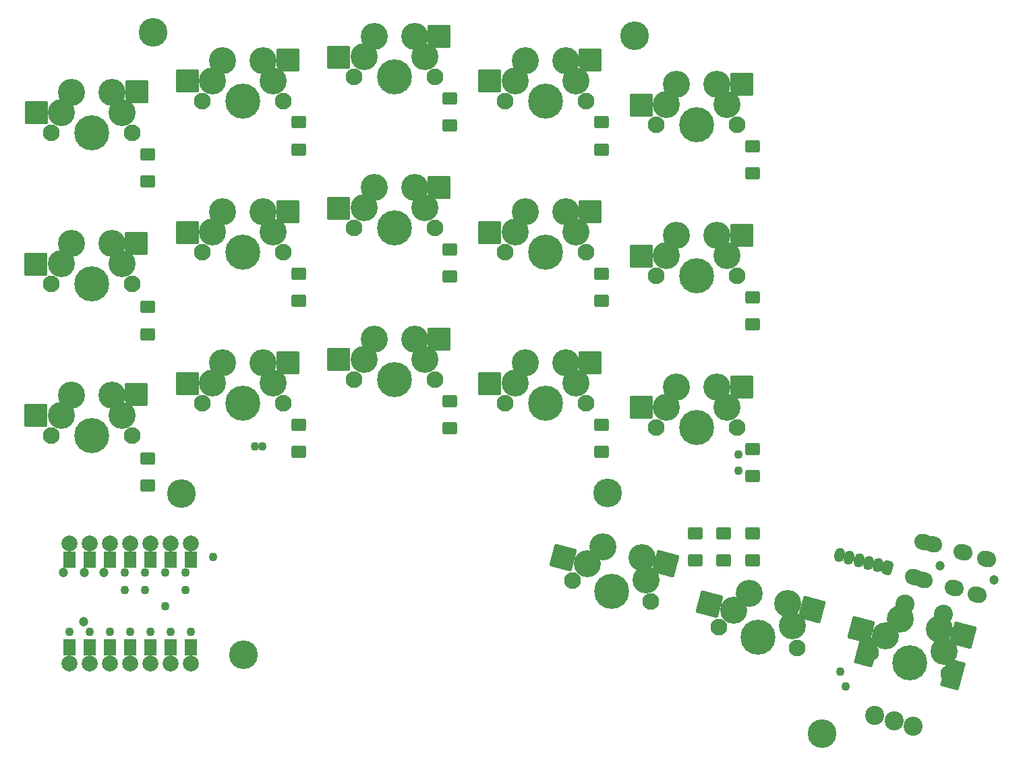
<source format=gbs>
G04 #@! TF.GenerationSoftware,KiCad,Pcbnew,7.0.5*
G04 #@! TF.CreationDate,2023-09-06T16:02:53+08:00*
G04 #@! TF.ProjectId,thrfv,74687266-762e-46b6-9963-61645f706362,rev?*
G04 #@! TF.SameCoordinates,Original*
G04 #@! TF.FileFunction,Soldermask,Bot*
G04 #@! TF.FilePolarity,Negative*
%FSLAX46Y46*%
G04 Gerber Fmt 4.6, Leading zero omitted, Abs format (unit mm)*
G04 Created by KiCad (PCBNEW 7.0.5) date 2023-09-06 16:02:53*
%MOMM*%
%LPD*%
G01*
G04 APERTURE LIST*
G04 Aperture macros list*
%AMRoundRect*
0 Rectangle with rounded corners*
0 $1 Rounding radius*
0 $2 $3 $4 $5 $6 $7 $8 $9 X,Y pos of 4 corners*
0 Add a 4 corners polygon primitive as box body*
4,1,4,$2,$3,$4,$5,$6,$7,$8,$9,$2,$3,0*
0 Add four circle primitives for the rounded corners*
1,1,$1+$1,$2,$3*
1,1,$1+$1,$4,$5*
1,1,$1+$1,$6,$7*
1,1,$1+$1,$8,$9*
0 Add four rect primitives between the rounded corners*
20,1,$1+$1,$2,$3,$4,$5,0*
20,1,$1+$1,$4,$5,$6,$7,0*
20,1,$1+$1,$6,$7,$8,$9,0*
20,1,$1+$1,$8,$9,$2,$3,0*%
%AMHorizOval*
0 Thick line with rounded ends*
0 $1 width*
0 $2 $3 position (X,Y) of the first rounded end (center of the circle)*
0 $4 $5 position (X,Y) of the second rounded end (center of the circle)*
0 Add line between two ends*
20,1,$1,$2,$3,$4,$5,0*
0 Add two circle primitives to create the rounded ends*
1,1,$1,$2,$3*
1,1,$1,$4,$5*%
%AMFreePoly0*
4,1,37,1.228070,1.434758,1.247030,1.430987,1.319133,1.401121,1.335206,1.390381,1.390381,1.335206,1.401121,1.319133,1.430987,1.247030,1.434758,1.228070,1.438600,1.189056,1.438600,-1.189056,1.434758,-1.228070,1.430987,-1.247030,1.401121,-1.319133,1.390381,-1.335206,1.335206,-1.390381,1.319133,-1.401121,1.247030,-1.430987,1.228070,-1.434758,1.189056,-1.438600,-0.743160,-1.438600,
-0.829937,-1.418794,-0.884581,-1.380021,-1.380021,-0.884581,-1.427377,-0.809216,-1.438600,-0.743160,-1.438600,1.189056,-1.434758,1.228070,-1.430987,1.247030,-1.401121,1.319133,-1.390381,1.335206,-1.335206,1.390381,-1.319133,1.401121,-1.247030,1.430987,-1.228070,1.434758,-1.189056,1.438600,1.189056,1.438600,1.228070,1.434758,1.228070,1.434758,$1*%
%AMFreePoly1*
4,1,37,0.846237,1.424794,0.900881,1.386021,1.398721,0.888181,1.446077,0.812816,1.457300,0.746760,1.457300,-1.194816,1.453456,-1.233837,1.449666,-1.252889,1.419808,-1.324977,1.409017,-1.341128,1.353828,-1.396317,1.337677,-1.407108,1.265589,-1.436966,1.246537,-1.440756,1.207516,-1.444600,-1.207516,-1.444600,-1.246537,-1.440756,-1.265589,-1.436966,-1.337677,-1.407108,-1.353828,-1.396317,
-1.409017,-1.341128,-1.419808,-1.324977,-1.449666,-1.252889,-1.453456,-1.233837,-1.457300,-1.194816,-1.457300,1.194816,-1.453456,1.233837,-1.449666,1.252889,-1.419808,1.324977,-1.409017,1.341128,-1.353828,1.396317,-1.337677,1.407108,-1.265589,1.436966,-1.246537,1.440756,-1.207516,1.444600,0.759460,1.444600,0.846237,1.424794,0.846237,1.424794,$1*%
%AMFreePoly2*
4,1,22,0.106406,0.569345,0.141421,0.541421,0.741421,-0.058579,0.788777,-0.133944,0.800000,-0.200000,0.800000,-0.400000,0.780194,-0.486777,0.724698,-0.556366,0.644504,-0.594986,0.600000,-0.600000,-0.600000,-0.600000,-0.686777,-0.580194,-0.756366,-0.524698,-0.794986,-0.444504,-0.800000,-0.400000,-0.800000,-0.200000,-0.780194,-0.113223,-0.741421,-0.058579,-0.141421,0.541421,-0.066056,0.588777,
0.022393,0.598742,0.106406,0.569345,0.106406,0.569345,$1*%
%AMFreePoly3*
4,1,26,0.686777,0.430194,0.756366,0.374698,0.794986,0.294504,0.800000,0.250000,0.800000,-1.000000,0.780194,-1.086777,0.724698,-1.156366,0.644504,-1.194986,0.555496,-1.194986,0.475302,-1.156366,0.458579,-1.141421,0.000000,-0.682842,-0.458579,-1.141421,-0.533944,-1.188777,-0.622393,-1.198742,-0.706406,-1.169345,-0.769345,-1.106406,-0.798742,-1.022393,-0.800000,-1.000000,-0.800000,0.250000,
-0.780194,0.336777,-0.724698,0.406366,-0.644504,0.444986,-0.600000,0.450000,0.600000,0.450000,0.686777,0.430194,0.686777,0.430194,$1*%
G04 Aperture macros list end*
%ADD10C,0.100000*%
%ADD11C,2.100000*%
%ADD12C,3.400000*%
%ADD13C,4.400000*%
%ADD14RoundRect,0.200000X-1.244600X-1.244600X1.244600X-1.244600X1.244600X1.244600X-1.244600X1.244600X0*%
%ADD15FreePoly0,0.000000*%
%ADD16C,2.400000*%
%ADD17RoundRect,0.200000X0.551815X-1.804300X1.380036X1.286662X-0.551815X1.804300X-1.380036X-1.286662X0*%
%ADD18C,3.600000*%
%ADD19RoundRect,0.200000X-0.700000X0.600000X-0.700000X-0.600000X0.700000X-0.600000X0.700000X0.600000X0*%
%ADD20RoundRect,0.200000X0.700000X-0.600000X0.700000X0.600000X-0.700000X0.600000X-0.700000X-0.600000X0*%
%ADD21RoundRect,0.200000X-1.524317X-0.880065X0.880065X-1.524317X1.524317X0.880065X-0.880065X1.524317X0*%
%ADD22FreePoly0,345.000000*%
%ADD23C,1.200000*%
%ADD24HorizOval,2.000000X-0.193185X0.051764X0.193185X-0.051764X0*%
%ADD25FreePoly1,180.000000*%
%ADD26RoundRect,0.200000X1.244597X1.244597X-1.244597X1.244597X-1.244597X-1.244597X1.244597X-1.244597X0*%
%ADD27C,2.000000*%
%ADD28FreePoly2,180.000000*%
%ADD29FreePoly2,0.000000*%
%ADD30FreePoly3,0.000000*%
%ADD31FreePoly3,180.000000*%
%ADD32RoundRect,0.425000X0.340272X0.400580X-0.094394X0.517049X-0.340272X-0.400580X0.094394X-0.517049X0*%
%ADD33HorizOval,1.300000X0.064705X0.241481X-0.064705X-0.241481X0*%
%ADD34C,1.100000*%
G04 APERTURE END LIST*
D10*
X112377952Y-128357794D02*
X111361952Y-128357794D01*
X111361952Y-127341794D01*
X112377952Y-127341794D01*
X112377952Y-128357794D01*
G36*
X112377952Y-128357794D02*
G01*
X111361952Y-128357794D01*
X111361952Y-127341794D01*
X112377952Y-127341794D01*
X112377952Y-128357794D01*
G37*
X109837952Y-128357794D02*
X108821952Y-128357794D01*
X108821952Y-127341794D01*
X109837952Y-127341794D01*
X109837952Y-128357794D01*
G36*
X109837952Y-128357794D02*
G01*
X108821952Y-128357794D01*
X108821952Y-127341794D01*
X109837952Y-127341794D01*
X109837952Y-128357794D01*
G37*
X107297952Y-128357794D02*
X106281952Y-128357794D01*
X106281952Y-127341794D01*
X107297952Y-127341794D01*
X107297952Y-128357794D01*
G36*
X107297952Y-128357794D02*
G01*
X106281952Y-128357794D01*
X106281952Y-127341794D01*
X107297952Y-127341794D01*
X107297952Y-128357794D01*
G37*
X104757952Y-128357794D02*
X103741952Y-128357794D01*
X103741952Y-127341794D01*
X104757952Y-127341794D01*
X104757952Y-128357794D01*
G36*
X104757952Y-128357794D02*
G01*
X103741952Y-128357794D01*
X103741952Y-127341794D01*
X104757952Y-127341794D01*
X104757952Y-128357794D01*
G37*
X102217952Y-128357794D02*
X101201952Y-128357794D01*
X101201952Y-127341794D01*
X102217952Y-127341794D01*
X102217952Y-128357794D01*
G36*
X102217952Y-128357794D02*
G01*
X101201952Y-128357794D01*
X101201952Y-127341794D01*
X102217952Y-127341794D01*
X102217952Y-128357794D01*
G37*
X99677952Y-128357794D02*
X98661952Y-128357794D01*
X98661952Y-127341794D01*
X99677952Y-127341794D01*
X99677952Y-128357794D01*
G36*
X99677952Y-128357794D02*
G01*
X98661952Y-128357794D01*
X98661952Y-127341794D01*
X99677952Y-127341794D01*
X99677952Y-128357794D01*
G37*
X97137952Y-128357794D02*
X96121952Y-128357794D01*
X96121952Y-127341794D01*
X97137952Y-127341794D01*
X97137952Y-128357794D01*
G36*
X97137952Y-128357794D02*
G01*
X96121952Y-128357794D01*
X96121952Y-127341794D01*
X97137952Y-127341794D01*
X97137952Y-128357794D01*
G37*
X112377952Y-139736994D02*
X111361952Y-139736994D01*
X111361952Y-138720994D01*
X112377952Y-138720994D01*
X112377952Y-139736994D01*
G36*
X112377952Y-139736994D02*
G01*
X111361952Y-139736994D01*
X111361952Y-138720994D01*
X112377952Y-138720994D01*
X112377952Y-139736994D01*
G37*
X109837952Y-139736994D02*
X108821952Y-139736994D01*
X108821952Y-138720994D01*
X109837952Y-138720994D01*
X109837952Y-139736994D01*
G36*
X109837952Y-139736994D02*
G01*
X108821952Y-139736994D01*
X108821952Y-138720994D01*
X109837952Y-138720994D01*
X109837952Y-139736994D01*
G37*
X107297952Y-139736994D02*
X106281952Y-139736994D01*
X106281952Y-138720994D01*
X107297952Y-138720994D01*
X107297952Y-139736994D01*
G36*
X107297952Y-139736994D02*
G01*
X106281952Y-139736994D01*
X106281952Y-138720994D01*
X107297952Y-138720994D01*
X107297952Y-139736994D01*
G37*
X104757952Y-139736994D02*
X103741952Y-139736994D01*
X103741952Y-138720994D01*
X104757952Y-138720994D01*
X104757952Y-139736994D01*
G36*
X104757952Y-139736994D02*
G01*
X103741952Y-139736994D01*
X103741952Y-138720994D01*
X104757952Y-138720994D01*
X104757952Y-139736994D01*
G37*
X102217952Y-139736994D02*
X101201952Y-139736994D01*
X101201952Y-138720994D01*
X102217952Y-138720994D01*
X102217952Y-139736994D01*
G36*
X102217952Y-139736994D02*
G01*
X101201952Y-139736994D01*
X101201952Y-138720994D01*
X102217952Y-138720994D01*
X102217952Y-139736994D01*
G37*
X99677952Y-139736994D02*
X98661952Y-139736994D01*
X98661952Y-138720994D01*
X99677952Y-138720994D01*
X99677952Y-139736994D01*
G36*
X99677952Y-139736994D02*
G01*
X98661952Y-139736994D01*
X98661952Y-138720994D01*
X99677952Y-138720994D01*
X99677952Y-139736994D01*
G37*
X97137952Y-139736994D02*
X96121952Y-139736994D01*
X96121952Y-138720994D01*
X97137952Y-138720994D01*
X97137952Y-139736994D01*
G36*
X97137952Y-139736994D02*
G01*
X96121952Y-139736994D01*
X96121952Y-138720994D01*
X97137952Y-138720994D01*
X97137952Y-139736994D01*
G37*
D11*
X113301280Y-108408188D03*
D12*
X114571280Y-105868187D03*
X115841280Y-103328188D03*
D13*
X118381280Y-108408188D03*
D12*
X120921280Y-103328188D03*
X122191280Y-105868188D03*
D11*
X123461280Y-108408188D03*
D14*
X111383580Y-105918988D03*
D15*
X123991880Y-103308788D03*
D11*
X113301280Y-89408588D03*
D12*
X114571280Y-86868587D03*
X115841280Y-84328588D03*
D13*
X118381280Y-89408588D03*
D12*
X120921280Y-84328588D03*
X122191280Y-86868588D03*
D11*
X123461280Y-89408588D03*
D14*
X111383580Y-86919388D03*
D15*
X123991880Y-84309188D03*
D16*
X197726209Y-147597096D03*
X202555838Y-148891191D03*
X200141023Y-148244144D03*
D17*
X207491351Y-142449087D03*
X196672981Y-139550313D03*
D16*
X206308714Y-134885267D03*
X201479085Y-133591172D03*
D18*
X167582107Y-62220344D03*
D19*
X163380880Y-92108388D03*
X163380880Y-95508388D03*
D20*
X182380578Y-117508788D03*
X182380578Y-114108788D03*
X144380680Y-73498228D03*
X144380680Y-70098228D03*
X182380578Y-98508788D03*
X182380578Y-95108788D03*
D11*
X159772412Y-130674132D03*
D12*
X161656538Y-128549380D03*
X163540664Y-126424629D03*
D13*
X164679315Y-131988933D03*
D12*
X168447567Y-127739430D03*
X169016893Y-130521582D03*
D11*
X169586218Y-133303734D03*
D21*
X158564308Y-127773412D03*
D22*
X171418560Y-128515421D03*
D11*
X94301080Y-93407988D03*
D12*
X95571080Y-90867987D03*
X96841080Y-88327988D03*
D13*
X99381080Y-93407988D03*
D12*
X101921080Y-88327988D03*
X103191080Y-90867988D03*
D11*
X104461080Y-93407988D03*
D14*
X92383380Y-90918788D03*
D15*
X104991680Y-88308588D03*
D18*
X164191152Y-119658794D03*
D20*
X182352152Y-128119794D03*
X182352152Y-124719794D03*
D18*
X110647952Y-119763194D03*
D11*
X178134387Y-136469066D03*
D12*
X180018513Y-134344314D03*
X181902639Y-132219563D03*
D13*
X183041290Y-137783867D03*
D12*
X186809542Y-133534364D03*
X187378868Y-136316516D03*
D11*
X187948193Y-139098668D03*
D21*
X176926283Y-133568346D03*
D22*
X189780535Y-134310355D03*
D11*
X132300680Y-105398388D03*
D12*
X133570680Y-102858387D03*
X134840680Y-100318388D03*
D13*
X137380680Y-105398388D03*
D12*
X139920680Y-100318388D03*
X141190680Y-102858388D03*
D11*
X142460680Y-105398388D03*
D14*
X130382980Y-102909188D03*
D15*
X142991280Y-100298988D03*
D18*
X191115152Y-149836794D03*
D19*
X125381280Y-92108588D03*
X125381280Y-95508588D03*
D11*
X151300880Y-70408428D03*
D12*
X152570880Y-67868427D03*
X153840880Y-65328428D03*
D13*
X156380880Y-70408428D03*
D12*
X158920880Y-65328428D03*
X160190880Y-67868428D03*
D11*
X161460880Y-70408428D03*
D14*
X149383180Y-67919228D03*
D15*
X161991480Y-65309028D03*
D11*
X113301280Y-70408988D03*
D12*
X114571280Y-67868987D03*
X115841280Y-65328988D03*
D13*
X118381280Y-70408988D03*
D12*
X120921280Y-65328988D03*
X122191280Y-67868988D03*
D11*
X123461280Y-70408988D03*
D14*
X111383580Y-67919788D03*
D15*
X123991880Y-65309588D03*
D20*
X175152152Y-128119794D03*
X175152152Y-124719794D03*
D19*
X163380880Y-73108428D03*
X163380880Y-76508428D03*
D11*
X170300578Y-73408988D03*
D12*
X171570578Y-70868987D03*
X172840578Y-68328988D03*
D13*
X175380578Y-73408988D03*
D12*
X177920578Y-68328988D03*
X179190578Y-70868988D03*
D11*
X180460578Y-73408988D03*
D14*
X168382878Y-70919788D03*
D15*
X180991178Y-68309588D03*
D20*
X144380680Y-111498388D03*
X144380680Y-108098388D03*
D19*
X125381280Y-111108188D03*
X125381280Y-114508188D03*
D20*
X144380680Y-92498188D03*
X144380680Y-89098188D03*
X106381080Y-99707988D03*
X106381080Y-96307988D03*
D11*
X151300880Y-108408788D03*
D12*
X152570880Y-105868787D03*
X153840880Y-103328788D03*
D13*
X156380880Y-108408788D03*
D12*
X158920880Y-103328788D03*
X160190880Y-105868788D03*
D11*
X161460880Y-108408788D03*
D14*
X149383180Y-105919588D03*
D15*
X161991480Y-103309388D03*
D23*
X212683671Y-130575884D03*
X205922190Y-128764150D03*
D24*
X204960438Y-126094256D03*
X203781425Y-130571669D03*
X208824142Y-127129532D03*
X207645128Y-131606945D03*
X211721919Y-127905989D03*
X210542906Y-132383402D03*
X203909474Y-125843709D03*
X202707352Y-130252814D03*
D20*
X106381080Y-80507588D03*
X106381080Y-77107588D03*
X178752152Y-128119794D03*
X178752152Y-124719794D03*
D11*
X197175263Y-139684899D03*
D12*
X199059389Y-137560147D03*
X200943515Y-135435396D03*
D13*
X202082166Y-140999700D03*
D12*
X205850418Y-136750197D03*
X206419744Y-139532349D03*
D11*
X206989069Y-142314501D03*
D21*
X195967159Y-136784179D03*
D22*
X208821411Y-137526188D03*
D11*
X170300578Y-111408788D03*
D12*
X171570578Y-108868787D03*
X172840578Y-106328788D03*
D13*
X175380578Y-111408788D03*
D12*
X177920578Y-106328788D03*
X179190578Y-108868788D03*
D11*
X180460578Y-111408788D03*
D14*
X168382878Y-108919588D03*
D15*
X180991178Y-106309388D03*
D11*
X151300880Y-89408388D03*
D12*
X152570880Y-86868387D03*
X153840880Y-84328388D03*
D13*
X156380880Y-89408388D03*
D12*
X158920880Y-84328388D03*
X160190880Y-86868388D03*
D11*
X161460880Y-89408388D03*
D14*
X149383180Y-86919188D03*
D15*
X161991480Y-84308988D03*
D19*
X163380880Y-111108788D03*
X163380880Y-114508788D03*
D20*
X182380578Y-79508988D03*
X182380578Y-76108988D03*
X106381080Y-118708388D03*
X106381080Y-115308388D03*
D18*
X118420352Y-139930794D03*
D11*
X170300578Y-92408788D03*
D12*
X171570578Y-89868787D03*
X172840578Y-87328788D03*
D13*
X175380578Y-92408788D03*
D12*
X177920578Y-87328788D03*
X179190578Y-89868788D03*
D11*
X180460578Y-92408788D03*
D14*
X168382878Y-89919588D03*
D15*
X180991178Y-87309388D03*
D11*
X132300680Y-67398228D03*
D12*
X133570680Y-64858227D03*
X134840680Y-62318228D03*
D13*
X137380680Y-67398228D03*
D12*
X139920680Y-62318228D03*
X141190680Y-64858228D03*
D11*
X142460680Y-67398228D03*
D14*
X130382980Y-64909028D03*
D15*
X142991280Y-62298828D03*
D18*
X107091952Y-61851194D03*
D11*
X132300680Y-86398188D03*
D12*
X133570680Y-83858187D03*
X134840680Y-81318188D03*
D13*
X137380680Y-86398188D03*
D12*
X139920680Y-81318188D03*
X141190680Y-83858188D03*
D11*
X142460680Y-86398188D03*
D14*
X130382980Y-83908988D03*
D15*
X142991280Y-81298788D03*
D19*
X125381280Y-73108988D03*
X125381280Y-76508988D03*
D11*
X94301080Y-112408388D03*
D12*
X95571080Y-109868387D03*
X96841080Y-107328388D03*
D13*
X99381080Y-112408388D03*
D12*
X101921080Y-107328388D03*
X103191080Y-109868388D03*
D11*
X104461080Y-112408388D03*
D14*
X92383380Y-109919188D03*
D15*
X104991680Y-107308988D03*
D11*
X104461080Y-74407588D03*
D12*
X103191080Y-71867587D03*
X101921080Y-69327588D03*
D13*
X99381080Y-74407588D03*
D12*
X96841080Y-69327588D03*
X95571080Y-71867588D03*
D11*
X94301080Y-74407588D03*
D25*
X105057980Y-69302188D03*
D26*
X92471684Y-71892991D03*
D27*
X111869952Y-125980594D03*
X109329952Y-125980594D03*
X106789952Y-125980594D03*
X104249952Y-125980594D03*
X101709952Y-125980594D03*
X99169952Y-125980594D03*
X96629952Y-125980594D03*
D28*
X111869952Y-127595794D03*
X109329952Y-127595794D03*
X106789952Y-127595794D03*
X104249952Y-127595794D03*
X101709952Y-127595794D03*
X99169952Y-127595794D03*
X96629952Y-127595794D03*
D29*
X111869952Y-139482994D03*
X109329952Y-139482994D03*
X106789952Y-139482994D03*
X104249952Y-139482994D03*
X101709952Y-139482994D03*
X99169952Y-139482994D03*
X96629952Y-139482994D03*
D27*
X111869952Y-141083194D03*
X109329952Y-141083194D03*
X106789952Y-141083194D03*
X104249952Y-141083194D03*
X101709952Y-141083194D03*
X99169952Y-141083194D03*
X96629952Y-141083194D03*
D30*
X96629952Y-138466994D03*
X99169952Y-138466994D03*
X101709952Y-138466994D03*
X104249952Y-138466994D03*
X106789952Y-138466994D03*
X109329952Y-138466994D03*
X111869952Y-138466994D03*
D31*
X111869952Y-128611794D03*
X109329952Y-128611794D03*
X106789952Y-128611794D03*
X104249952Y-128611794D03*
X101709952Y-128611794D03*
X99169952Y-128611794D03*
X96629952Y-128611794D03*
D32*
X199336588Y-129051613D03*
D33*
X198129181Y-128728089D03*
X196921773Y-128404565D03*
X195714366Y-128081042D03*
X194506959Y-127757518D03*
X193299552Y-127433994D03*
D34*
X96629952Y-137085994D03*
X99169952Y-137085994D03*
X101709952Y-137085994D03*
X92471684Y-71892991D03*
X130382980Y-64909028D03*
X168382878Y-70919788D03*
D23*
X98357152Y-135815994D03*
X98445452Y-129669194D03*
D34*
X104991680Y-107308988D03*
X111383580Y-105918988D03*
X104991680Y-69308188D03*
X111383580Y-67919788D03*
X104991680Y-88308588D03*
X111383580Y-86919388D03*
X104249952Y-137085994D03*
X142991280Y-81298788D03*
X119893552Y-113833688D03*
X149383180Y-86919188D03*
X149383180Y-67919228D03*
X106789952Y-137085994D03*
X142991280Y-100298988D03*
X149383180Y-105919588D03*
X142991280Y-62298828D03*
X180657552Y-105975762D03*
X180574152Y-116834288D03*
X158564308Y-127773412D03*
X109329952Y-137085994D03*
X180991178Y-68309588D03*
X176926283Y-133568346D03*
X180991178Y-87309388D03*
X120847016Y-113834113D03*
X195967159Y-136784179D03*
X180574152Y-114783288D03*
X111869952Y-137085994D03*
X114630620Y-127708262D03*
X123991880Y-65309588D03*
X161991480Y-65309028D03*
X171418560Y-128515421D03*
X106115452Y-131802794D03*
X106115452Y-129669194D03*
X208821411Y-137526188D03*
X111195452Y-131802794D03*
X111195452Y-129669194D03*
D23*
X95867952Y-129669194D03*
X100897152Y-129669194D03*
D34*
X123991880Y-103308788D03*
X130382980Y-102909188D03*
X168382878Y-108919588D03*
X92383380Y-109919188D03*
X161991480Y-103309388D03*
X92383380Y-90918788D03*
X123991880Y-84309188D03*
X130382980Y-83908988D03*
X161991480Y-84308988D03*
X168382878Y-89919588D03*
X189780535Y-134310355D03*
X194061552Y-143932439D03*
X108618752Y-133834794D03*
X108618752Y-129669194D03*
X103575452Y-131802794D03*
X103575452Y-129669194D03*
X193405216Y-142115194D03*
M02*

</source>
